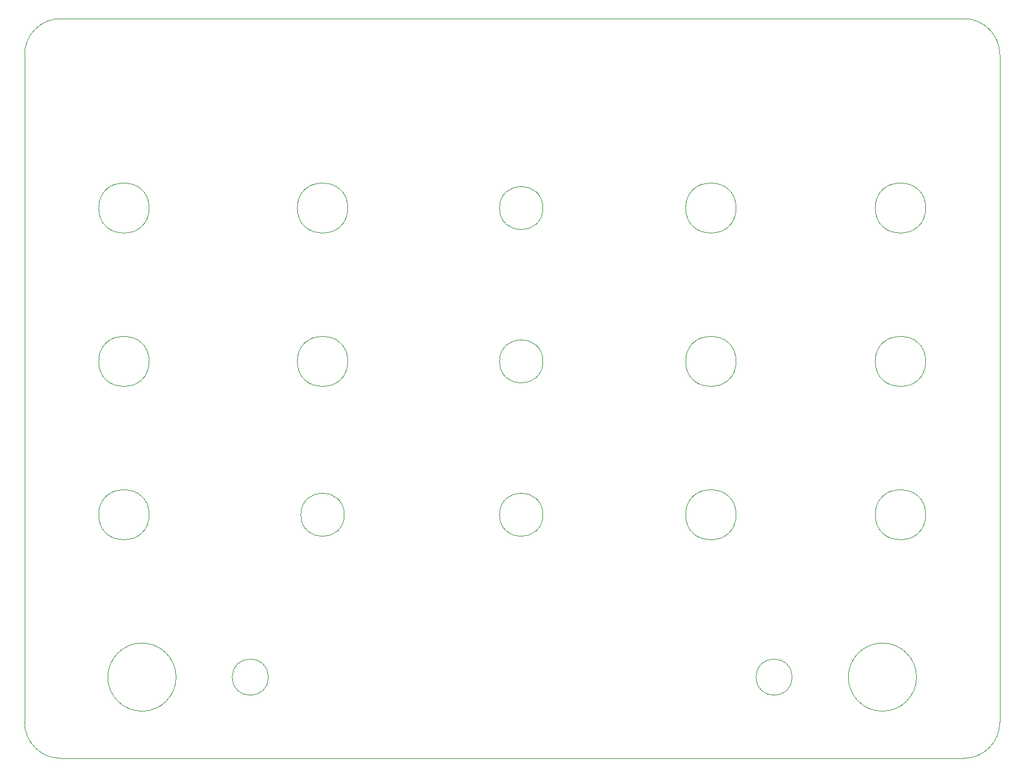
<source format=gm1>
G04 #@! TF.GenerationSoftware,KiCad,Pcbnew,5.1.12-84ad8e8a86~92~ubuntu20.04.1*
G04 #@! TF.CreationDate,2021-12-25T09:30:33-05:00*
G04 #@! TF.ProjectId,stereo_whooshy_sound_front_panel,73746572-656f-45f7-9768-6f6f7368795f,0*
G04 #@! TF.SameCoordinates,Original*
G04 #@! TF.FileFunction,Profile,NP*
%FSLAX46Y46*%
G04 Gerber Fmt 4.6, Leading zero omitted, Abs format (unit mm)*
G04 Created by KiCad (PCBNEW 5.1.12-84ad8e8a86~92~ubuntu20.04.1) date 2021-12-25 09:30:33*
%MOMM*%
%LPD*%
G01*
G04 APERTURE LIST*
G04 #@! TA.AperFunction,Profile*
%ADD10C,0.050000*%
G04 #@! TD*
G04 APERTURE END LIST*
D10*
X133985000Y-10160000D02*
G75*
G02*
X139065000Y-15240000I0J-5080000D01*
G01*
X139065000Y-109220000D02*
G75*
G02*
X133985000Y-114300000I-5080000J0D01*
G01*
X6985000Y-114300000D02*
G75*
G02*
X1905000Y-109220000I0J5080000D01*
G01*
X1905000Y-15240000D02*
G75*
G02*
X6985000Y-10160000I5080000J0D01*
G01*
X6985000Y-10160000D02*
X133985000Y-10160000D01*
X1905000Y-109220000D02*
X1905000Y-15240000D01*
X133985000Y-114300000D02*
X6985000Y-114300000D01*
X139065000Y-15240000D02*
X139065000Y-109220000D01*
X36205000Y-102870000D02*
G75*
G03*
X36205000Y-102870000I-2550000J0D01*
G01*
X109865000Y-102870000D02*
G75*
G03*
X109865000Y-102870000I-2550000J0D01*
G01*
X127355000Y-102870000D02*
G75*
G03*
X127355000Y-102870000I-4800000J0D01*
G01*
X23215000Y-102870000D02*
G75*
G03*
X23215000Y-102870000I-4800000J0D01*
G01*
X74805000Y-36830000D02*
G75*
G03*
X74805000Y-36830000I-3050000J0D01*
G01*
X74805000Y-58420000D02*
G75*
G03*
X74805000Y-58420000I-3050000J0D01*
G01*
X74805000Y-80010000D02*
G75*
G03*
X74805000Y-80010000I-3050000J0D01*
G01*
X46865000Y-80010000D02*
G75*
G03*
X46865000Y-80010000I-3050000J0D01*
G01*
X101975000Y-58420000D02*
G75*
G03*
X101975000Y-58420000I-3550000J0D01*
G01*
X101975000Y-80010000D02*
G75*
G03*
X101975000Y-80010000I-3550000J0D01*
G01*
X128645000Y-80010000D02*
G75*
G03*
X128645000Y-80010000I-3550000J0D01*
G01*
X128645000Y-58420000D02*
G75*
G03*
X128645000Y-58420000I-3550000J0D01*
G01*
X128645000Y-36830000D02*
G75*
G03*
X128645000Y-36830000I-3550000J0D01*
G01*
X101975000Y-36830000D02*
G75*
G03*
X101975000Y-36830000I-3550000J0D01*
G01*
X47365000Y-36830000D02*
G75*
G03*
X47365000Y-36830000I-3550000J0D01*
G01*
X47365000Y-58420000D02*
G75*
G03*
X47365000Y-58420000I-3550000J0D01*
G01*
X19425000Y-80010000D02*
G75*
G03*
X19425000Y-80010000I-3550000J0D01*
G01*
X19425000Y-58420000D02*
G75*
G03*
X19425000Y-58420000I-3550000J0D01*
G01*
X19425000Y-36830000D02*
G75*
G03*
X19425000Y-36830000I-3550000J0D01*
G01*
M02*

</source>
